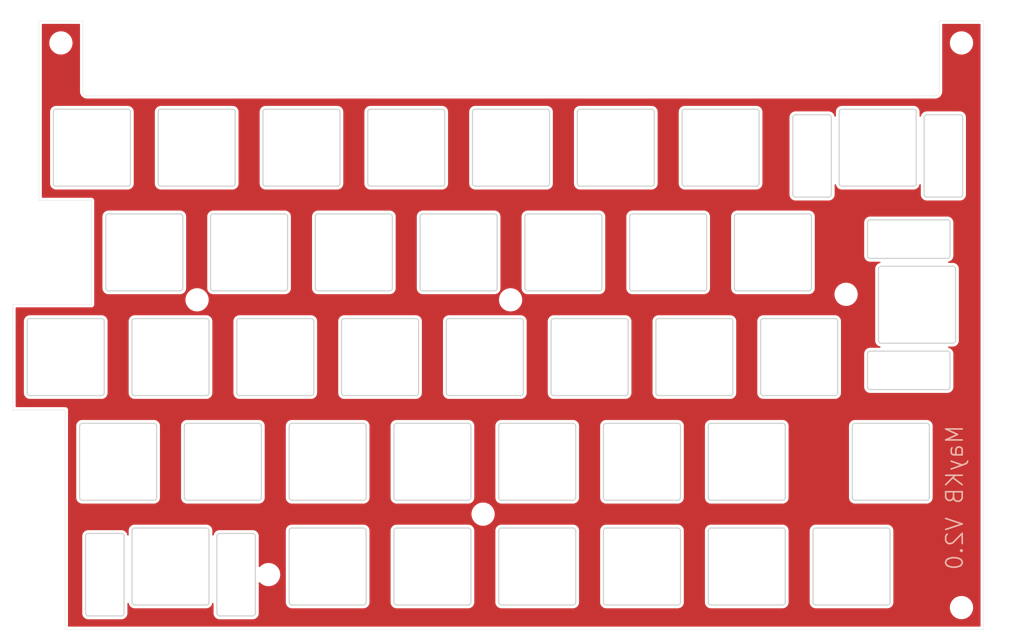
<source format=kicad_pcb>
(kicad_pcb (version 20171130) (host pcbnew 5.1.10)
  (layers (0 F.Cu signal) (31 B.Cu signal) (34 B.Paste user hide) (35 F.Paste user hide) (36 B.SilkS user) (37 F.SilkS user) (38 B.Mask user hide) (39 F.Mask user hide) (44 Edge.Cuts user))
  (net 0 "")
  (net 1 GND)
  (module MountingHole:MountingHole_3.2mm_M3 (layer F.Cu) (at 62.25 103.068)
    (fp_text reference REF** hide)
    (fp_text value MountingHole_3.2mm_M3)
    (pad 1 np_thru_hole circle (at 0 0) (size 3.2 3.2) (drill 3.2) (layers *.Cu *.Mask))
  )
  (module MountingHole:MountingHole_3.2mm_M3 (layer F.Cu) (at 119.25 103.068)
    (fp_text reference REF** hide)
    (fp_text value MountingHole_3.2mm_M3)
    (pad 1 np_thru_hole circle (at 0 0) (size 3.2 3.2) (drill 3.2) (layers *.Cu *.Mask))
  )
  (module MountingHole:MountingHole_3.2mm_M3 (layer F.Cu) (at 37.49 56.324)
    (fp_text reference REF** hide)
    (fp_text value MountingHole_3.2mm_M3)
    (pad 1 np_thru_hole circle (at 0 0) (size 3.2 3.2) (drill 3.2) (layers *.Cu *.Mask))
  )
  (module MountingHole:MountingHole_3.2mm_M3 (layer F.Cu) (at 75.25 153.068)
    (fp_text reference REF** hide)
    (fp_text value MountingHole_3.2mm_M3)
    (pad 1 np_thru_hole circle (at 0 0) (size 3.2 3.2) (drill 3.2) (layers *.Cu *.Mask))
  )
  (module MountingHole:MountingHole_3.2mm_M3 (layer F.Cu) (at 114.25 142.068)
    (fp_text reference REF** hide)
    (fp_text value MountingHole_3.2mm_M3)
    (pad 1 np_thru_hole circle (at 0 0) (size 3.2 3.2) (drill 3.2) (layers *.Cu *.Mask))
  )
  (module MountingHole:MountingHole_3.2mm_M3 (layer F.Cu) (at 201.232 56.324)
    (fp_text reference REF** hide)
    (fp_text value MountingHole_3.2mm_M3)
    (pad 1 np_thru_hole circle (at 0 0) (size 3.2 3.2) (drill 3.2) (layers *.Cu *.Mask))
  )
  (module MountingHole:MountingHole_3.2mm_M3 (layer F.Cu) (at 180.25 102.068)
    (fp_text reference REF** hide)
    (fp_text value MountingHole_3.2mm_M3)
    (pad 1 np_thru_hole circle (at 0 0) (size 3.2 3.2) (drill 3.2) (layers *.Cu *.Mask))
  )
  (module MountingHole:MountingHole_3.2mm_M3 (layer F.Cu) (at 201.232 159.068)
    (fp_text reference REF** hide)
    (fp_text value MountingHole_3.2mm_M3)
    (pad 1 np_thru_hole circle (at 0 0) (size 3.2 3.2) (drill 3.2) (layers *.Cu *.Mask))
  )
  (gr_line (start 41.491 52.324) (end 33.49 52.324) (layer Edge.Cuts) (width 0.05))
  (gr_line (start 197.193 52.324) (end 205.232 52.324) (layer Edge.Cuts) (width 0.05))
  (gr_line (start 194.399 65.913) (end 196.431 65.913) (layer Edge.Cuts) (width 0.05))
  (gr_line (start 197.193 52.324) (end 197.193 65.151) (layer Edge.Cuts) (width 0.05))
  (gr_arc (start 196.431 65.151) (end 196.431 65.913) (angle -90) (layer Edge.Cuts) (width 0.05))
  (gr_line (start 42.253 65.913) (end 194.399 65.913) (layer Edge.Cuts) (width 0.05))
  (gr_arc (start 42.253 65.151) (end 41.491 65.151) (angle -90) (layer Edge.Cuts) (width 0.05))
  (gr_line (start 41.491 52.324) (end 41.491 65.151) (layer Edge.Cuts) (width 0.05))
  (gr_line (start 66.35325 160.589) (end 72.35325 160.589) (layer Edge.Cuts) (width 0.2))
  (gr_line (start 66.35325 145.589) (end 72.35325 145.589) (layer Edge.Cuts) (width 0.2))
  (gr_arc (start 92.49025 145.089) (end 92.99025 145.089) (angle -90) (layer Edge.Cuts) (width 0.2))
  (gr_arc (start 79.49025 145.089) (end 79.49025 144.589) (angle -90) (layer Edge.Cuts) (width 0.2))
  (gr_arc (start 135.35275 87.939) (end 135.85275 87.939) (angle -90) (layer Edge.Cuts) (width 0.2))
  (gr_line (start 159.95275 87.939) (end 159.95275 100.939) (layer Edge.Cuts) (width 0.2))
  (gr_line (start 184.1465 112.902) (end 184.1465 118.902) (layer Edge.Cuts) (width 0.2))
  (gr_arc (start 122.35275 87.939) (end 122.35275 87.439) (angle -90) (layer Edge.Cuts) (width 0.2))
  (gr_arc (start 68.67775 68.889) (end 69.17775 68.889) (angle -90) (layer Edge.Cuts) (width 0.2))
  (gr_arc (start 93.77775 81.888999) (end 93.27775 81.888999) (angle -90) (layer Edge.Cuts) (width 0.2))
  (gr_arc (start 84.25275 100.939) (end 83.75275 100.939) (angle -90) (layer Edge.Cuts) (width 0.2))
  (gr_line (start 74.72775 82.388999) (end 87.72775 82.388999) (layer Edge.Cuts) (width 0.2))
  (gr_line (start 69.96525 106.489) (end 82.96525 106.489) (layer Edge.Cuts) (width 0.2))
  (gr_arc (start 97.25275 87.939) (end 97.75275 87.939) (angle -90) (layer Edge.Cuts) (width 0.2))
  (gr_line (start 160.45275 101.439) (end 173.45275 101.439) (layer Edge.Cuts) (width 0.2))
  (gr_line (start 50.12775 68.889) (end 50.12775 81.888999) (layer Edge.Cuts) (width 0.2))
  (gr_arc (start 84.25275 87.939) (end 84.25275 87.439) (angle -90) (layer Edge.Cuts) (width 0.2))
  (gr_line (start 93.77775 68.389) (end 106.77775 68.389) (layer Edge.Cuts) (width 0.2))
  (gr_line (start 92.99025 126.039) (end 92.99025 139.039) (layer Edge.Cuts) (width 0.2))
  (gr_line (start 78.99025 126.039) (end 78.99025 139.039) (layer Edge.Cuts) (width 0.2))
  (gr_line (start 31.36525 106.989) (end 31.36525 119.989) (layer Edge.Cuts) (width 0.2))
  (gr_line (start 170.56475 69.889) (end 170.56475 83.889) (layer Edge.Cuts) (width 0.2))
  (gr_line (start 112.32775 68.889) (end 112.32775 81.888999) (layer Edge.Cuts) (width 0.2))
  (gr_arc (start 112.82775 68.889) (end 112.82775 68.389) (angle -90) (layer Edge.Cuts) (width 0.2))
  (gr_arc (start 198.6465 118.902) (end 198.6465 119.402) (angle -90) (layer Edge.Cuts) (width 0.2))
  (gr_line (start 169.19025 126.039) (end 169.19025 139.039) (layer Edge.Cuts) (width 0.2))
  (gr_line (start 155.19025 126.039) (end 155.19025 139.039) (layer Edge.Cuts) (width 0.2))
  (gr_line (start 103.30275 87.439) (end 116.30275 87.439) (layer Edge.Cuts) (width 0.2))
  (gr_arc (start 87.72775 81.888999) (end 87.72775 82.388999) (angle -90) (layer Edge.Cuts) (width 0.2))
  (gr_arc (start 184.6465 95.026) (end 184.1465 95.026) (angle -90) (layer Edge.Cuts) (width 0.2))
  (gr_line (start 46.15275 101.439) (end 59.15275 101.439) (layer Edge.Cuts) (width 0.2))
  (gr_arc (start 199.6465 110.464) (end 199.6465 110.964) (angle -90) (layer Edge.Cuts) (width 0.2))
  (gr_arc (start 194.94075 83.889) (end 194.44075 83.889) (angle -90) (layer Edge.Cuts) (width 0.2))
  (gr_line (start 59.65275 87.939) (end 59.65275 100.939) (layer Edge.Cuts) (width 0.2))
  (gr_arc (start 140.11525 119.989) (end 140.11525 120.489) (angle -90) (layer Edge.Cuts) (width 0.2))
  (gr_arc (start 127.11525 119.989) (end 126.61525 119.989) (angle -90) (layer Edge.Cuts) (width 0.2))
  (gr_line (start 112.82775 68.389) (end 125.82775 68.389) (layer Edge.Cuts) (width 0.2))
  (gr_line (start 54.89025 126.039) (end 54.89025 139.039) (layer Edge.Cuts) (width 0.2))
  (gr_line (start 40.89025 126.039) (end 40.89025 139.039) (layer Edge.Cuts) (width 0.2))
  (gr_line (start 69.17775 68.889) (end 69.17775 81.888999) (layer Edge.Cuts) (width 0.2))
  (gr_line (start 50.91525 106.489) (end 63.91525 106.489) (layer Edge.Cuts) (width 0.2))
  (gr_line (start 89.01525 120.489) (end 102.01525 120.489) (layer Edge.Cuts) (width 0.2))
  (gr_arc (start 44.865249 106.989) (end 45.365249 106.989) (angle -90) (layer Edge.Cuts) (width 0.2))
  (gr_arc (start 69.96525 119.989) (end 69.46525 119.989) (angle -90) (layer Edge.Cuts) (width 0.2))
  (gr_line (start 117.59025 158.589) (end 130.59025 158.589) (layer Edge.Cuts) (width 0.2))
  (gr_line (start 117.59025 144.589) (end 130.59025 144.589) (layer Edge.Cuts) (width 0.2))
  (gr_line (start 179.50275 68.389) (end 192.50275 68.389) (layer Edge.Cuts) (width 0.2))
  (gr_arc (start 63.91525 158.089) (end 63.91525 158.589) (angle -90) (layer Edge.Cuts) (width 0.2))
  (gr_arc (start 50.91525 158.089) (end 50.41525 158.089) (angle -90) (layer Edge.Cuts) (width 0.2))
  (gr_arc (start 111.54025 126.039) (end 112.04025 126.039) (angle -90) (layer Edge.Cuts) (width 0.2))
  (gr_arc (start 98.54025 126.039) (end 98.54025 125.539) (angle -90) (layer Edge.Cuts) (width 0.2))
  (gr_line (start 78.70275 87.939) (end 78.70275 100.939) (layer Edge.Cuts) (width 0.2))
  (gr_line (start 112.04025 145.089) (end 112.04025 158.089) (layer Edge.Cuts) (width 0.2))
  (gr_line (start 98.04025 145.089) (end 98.04025 158.089) (layer Edge.Cuts) (width 0.2))
  (gr_arc (start 82.96525 106.989) (end 83.46525 106.989) (angle -90) (layer Edge.Cuts) (width 0.2))
  (gr_arc (start 111.54025 158.089) (end 111.54025 158.589) (angle -90) (layer Edge.Cuts) (width 0.2))
  (gr_arc (start 98.54025 158.089) (end 98.04025 158.089) (angle -90) (layer Edge.Cuts) (width 0.2))
  (gr_arc (start 168.69025 139.039) (end 168.69025 139.539) (angle -90) (layer Edge.Cuts) (width 0.2))
  (gr_arc (start 155.69025 139.039) (end 155.19025 139.039) (angle -90) (layer Edge.Cuts) (width 0.2))
  (gr_line (start 193.00275 68.889) (end 193.00275 81.888999) (layer Edge.Cuts) (width 0.2))
  (gr_line (start 107.56525 106.989) (end 107.56525 119.989) (layer Edge.Cuts) (width 0.2))
  (gr_arc (start 130.59025 139.039) (end 130.59025 139.539) (angle -90) (layer Edge.Cuts) (width 0.2))
  (gr_arc (start 117.59025 139.039) (end 117.09025 139.039) (angle -90) (layer Edge.Cuts) (width 0.2))
  (gr_line (start 179.50275 82.388999) (end 192.50275 82.388999) (layer Edge.Cuts) (width 0.2))
  (gr_line (start 177.56475 69.889) (end 177.56475 83.889) (layer Edge.Cuts) (width 0.2))
  (gr_arc (start 178.21525 119.989) (end 178.21525 120.489) (angle -90) (layer Edge.Cuts) (width 0.2))
  (gr_arc (start 165.21525 119.989) (end 164.71525 119.989) (angle -90) (layer Edge.Cuts) (width 0.2))
  (gr_arc (start 140.11525 106.989) (end 140.61525 106.989) (angle -90) (layer Edge.Cuts) (width 0.2))
  (gr_arc (start 127.11525 106.989) (end 127.11525 106.489) (angle -90) (layer Edge.Cuts) (width 0.2))
  (gr_line (start 41.39025 139.539) (end 54.39025 139.539) (layer Edge.Cuts) (width 0.2))
  (gr_line (start 41.39025 125.539) (end 54.39025 125.539) (layer Edge.Cuts) (width 0.2))
  (gr_arc (start 31.86525 106.989) (end 31.86525 106.489) (angle -90) (layer Edge.Cuts) (width 0.2))
  (gr_arc (start 149.64025 158.089) (end 149.64025 158.589) (angle -90) (layer Edge.Cuts) (width 0.2))
  (gr_arc (start 136.64025 158.089) (end 136.14025 158.089) (angle -90) (layer Edge.Cuts) (width 0.2))
  (gr_line (start 136.64025 139.539) (end 149.64025 139.539) (layer Edge.Cuts) (width 0.2))
  (gr_line (start 136.64025 125.539) (end 149.64025 125.539) (layer Edge.Cuts) (width 0.2))
  (gr_line (start 97.75275 87.939) (end 97.75275 100.939) (layer Edge.Cuts) (width 0.2))
  (gr_line (start 108.06525 106.489) (end 121.06525 106.489) (layer Edge.Cuts) (width 0.2))
  (gr_line (start 64.41525 106.989) (end 64.41525 119.989) (layer Edge.Cuts) (width 0.2))
  (gr_line (start 103.30275 101.439) (end 116.30275 101.439) (layer Edge.Cuts) (width 0.2))
  (gr_line (start 64.70275 87.939) (end 64.70275 100.939) (layer Edge.Cuts) (width 0.2))
  (gr_line (start 199.6465 110.964) (end 186.6465 110.964) (layer Edge.Cuts) (width 0.2))
  (gr_line (start 131.87775 68.389) (end 144.87775 68.389) (layer Edge.Cuts) (width 0.2))
  (gr_arc (start 46.15275 87.939) (end 46.15275 87.439) (angle -90) (layer Edge.Cuts) (width 0.2))
  (gr_arc (start 122.35275 100.939) (end 121.85275 100.939) (angle -90) (layer Edge.Cuts) (width 0.2))
  (gr_arc (start 144.87775 81.888999) (end 144.87775 82.388999) (angle -90) (layer Edge.Cuts) (width 0.2))
  (gr_line (start 173.95275 87.939) (end 173.95275 100.939) (layer Edge.Cuts) (width 0.2))
  (gr_line (start 150.42775 68.889) (end 150.42775 81.888999) (layer Edge.Cuts) (width 0.2))
  (gr_line (start 112.82775 82.388999) (end 125.82775 82.388999) (layer Edge.Cuts) (width 0.2))
  (gr_arc (start 168.69025 126.039) (end 169.19025 126.039) (angle -90) (layer Edge.Cuts) (width 0.2))
  (gr_arc (start 155.69025 126.039) (end 155.69025 125.539) (angle -90) (layer Edge.Cuts) (width 0.2))
  (gr_line (start 126.32775 68.889) (end 126.32775 81.888999) (layer Edge.Cuts) (width 0.2))
  (gr_arc (start 92.49025 126.039) (end 92.99025 126.039) (angle -90) (layer Edge.Cuts) (width 0.2))
  (gr_arc (start 79.49025 126.039) (end 79.49025 125.539) (angle -90) (layer Edge.Cuts) (width 0.2))
  (gr_arc (start 73.44025 139.039) (end 73.44025 139.539) (angle -90) (layer Edge.Cuts) (width 0.2))
  (gr_arc (start 60.44025 139.039) (end 59.94025 139.039) (angle -90) (layer Edge.Cuts) (width 0.2))
  (gr_line (start 55.17775 68.889) (end 55.17775 81.888999) (layer Edge.Cuts) (width 0.2))
  (gr_arc (start 46.15275 100.939) (end 45.65275 100.939) (angle -90) (layer Edge.Cuts) (width 0.2))
  (gr_arc (start 54.39025 126.039) (end 54.89025 126.039) (angle -90) (layer Edge.Cuts) (width 0.2))
  (gr_arc (start 41.39025 126.039) (end 41.39025 125.539) (angle -90) (layer Edge.Cuts) (width 0.2))
  (gr_arc (start 194.884 139.039) (end 194.884 139.539) (angle -90) (layer Edge.Cuts) (width 0.2))
  (gr_arc (start 181.884 139.039) (end 181.384 139.039) (angle -90) (layer Edge.Cuts) (width 0.2))
  (gr_line (start 31.86525 120.489) (end 44.865249 120.489) (layer Edge.Cuts) (width 0.2))
  (gr_arc (start 125.82775 81.888999) (end 125.82775 82.388999) (angle -90) (layer Edge.Cuts) (width 0.2))
  (gr_arc (start 59.15275 87.939) (end 59.65275 87.939) (angle -90) (layer Edge.Cuts) (width 0.2))
  (gr_line (start 83.75275 87.939) (end 83.75275 100.939) (layer Edge.Cuts) (width 0.2))
  (gr_arc (start 55.67775 81.888999) (end 55.17775 81.888999) (angle -90) (layer Edge.Cuts) (width 0.2))
  (gr_arc (start 184.6465 112.902) (end 184.6465 112.402) (angle -90) (layer Edge.Cuts) (width 0.2))
  (gr_line (start 199.1465 112.902) (end 199.1465 118.902) (layer Edge.Cuts) (width 0.2))
  (gr_line (start 116.80275 87.939) (end 116.80275 100.939) (layer Edge.Cuts) (width 0.2))
  (gr_arc (start 177.06475 69.889) (end 177.56475 69.889) (angle -90) (layer Edge.Cuts) (width 0.2))
  (gr_line (start 93.77775 82.388999) (end 106.77775 82.388999) (layer Edge.Cuts) (width 0.2))
  (gr_arc (start 50.91525 106.989) (end 50.91525 106.489) (angle -90) (layer Edge.Cuts) (width 0.2))
  (gr_arc (start 72.35325 146.089) (end 72.85325 146.089) (angle -90) (layer Edge.Cuts) (width 0.2))
  (gr_arc (start 66.35325 146.089) (end 66.35325 145.589) (angle -90) (layer Edge.Cuts) (width 0.2))
  (gr_arc (start 194.94075 69.889) (end 194.94075 69.389) (angle -90) (layer Edge.Cuts) (width 0.2))
  (gr_arc (start 31.86525 119.989) (end 31.36525 119.989) (angle -90) (layer Edge.Cuts) (width 0.2))
  (gr_arc (start 177.06475 83.889) (end 177.06475 84.389) (angle -90) (layer Edge.Cuts) (width 0.2))
  (gr_arc (start 159.165249 106.989) (end 159.665249 106.989) (angle -90) (layer Edge.Cuts) (width 0.2))
  (gr_arc (start 146.16525 106.989) (end 146.16525 106.489) (angle -90) (layer Edge.Cuts) (width 0.2))
  (gr_line (start 199.6465 96.964) (end 186.6465 96.964) (layer Edge.Cuts) (width 0.2))
  (gr_line (start 145.37775 68.889) (end 145.37775 81.888999) (layer Edge.Cuts) (width 0.2))
  (gr_line (start 64.41525 145.089) (end 64.41525 158.089) (layer Edge.Cuts) (width 0.2))
  (gr_line (start 50.41525 145.089) (end 50.41525 158.089) (layer Edge.Cuts) (width 0.2))
  (gr_arc (start 198.6465 95.026) (end 198.6465 95.526) (angle -90) (layer Edge.Cuts) (width 0.2))
  (gr_line (start 65.20275 87.439) (end 78.20275 87.439) (layer Edge.Cuts) (width 0.2))
  (gr_line (start 69.46525 106.989) (end 69.46525 119.989) (layer Edge.Cuts) (width 0.2))
  (gr_line (start 102.80275 87.939) (end 102.80275 100.939) (layer Edge.Cuts) (width 0.2))
  (gr_arc (start 200.94075 69.889) (end 201.44075 69.889) (angle -90) (layer Edge.Cuts) (width 0.2))
  (gr_arc (start 116.30275 87.939) (end 116.80275 87.939) (angle -90) (layer Edge.Cuts) (width 0.2))
  (gr_line (start 140.90275 87.939) (end 140.90275 100.939) (layer Edge.Cuts) (width 0.2))
  (gr_arc (start 89.01525 106.989) (end 89.01525 106.489) (angle -90) (layer Edge.Cuts) (width 0.2))
  (gr_arc (start 69.96525 106.989) (end 69.96525 106.489) (angle -90) (layer Edge.Cuts) (width 0.2))
  (gr_line (start 88.51525 106.989) (end 88.51525 119.989) (layer Edge.Cuts) (width 0.2))
  (gr_line (start 84.25275 101.439) (end 97.25275 101.439) (layer Edge.Cuts) (width 0.2))
  (gr_arc (start 130.59025 158.089) (end 130.59025 158.589) (angle -90) (layer Edge.Cuts) (width 0.2))
  (gr_arc (start 117.59025 158.089) (end 117.09025 158.089) (angle -90) (layer Edge.Cuts) (width 0.2))
  (gr_line (start 198.6465 95.526) (end 184.6465 95.526) (layer Edge.Cuts) (width 0.2))
  (gr_line (start 98.54025 158.589) (end 111.54025 158.589) (layer Edge.Cuts) (width 0.2))
  (gr_line (start 98.54025 144.589) (end 111.54025 144.589) (layer Edge.Cuts) (width 0.2))
  (gr_arc (start 187.74025 158.089) (end 187.74025 158.589) (angle -90) (layer Edge.Cuts) (width 0.2))
  (gr_arc (start 174.74025 158.089) (end 174.24025 158.089) (angle -90) (layer Edge.Cuts) (width 0.2))
  (gr_arc (start 65.20275 87.939) (end 65.20275 87.439) (angle -90) (layer Edge.Cuts) (width 0.2))
  (gr_line (start 45.65275 87.939) (end 45.65275 100.939) (layer Edge.Cuts) (width 0.2))
  (gr_line (start 121.85275 87.939) (end 121.85275 100.939) (layer Edge.Cuts) (width 0.2))
  (gr_line (start 72.85325 146.089) (end 72.85325 160.089) (layer Edge.Cuts) (width 0.2))
  (gr_line (start 65.85325 146.089) (end 65.85325 160.089) (layer Edge.Cuts) (width 0.2))
  (gr_line (start 159.665249 106.989) (end 159.665249 119.989) (layer Edge.Cuts) (width 0.2))
  (gr_line (start 145.66525 106.989) (end 145.66525 119.989) (layer Edge.Cuts) (width 0.2))
  (gr_arc (start 198.6465 112.902) (end 199.1465 112.902) (angle -90) (layer Edge.Cuts) (width 0.2))
  (gr_line (start 150.14025 126.039) (end 150.14025 139.039) (layer Edge.Cuts) (width 0.2))
  (gr_line (start 136.14025 126.039) (end 136.14025 139.039) (layer Edge.Cuts) (width 0.2))
  (gr_arc (start 178.21525 106.989) (end 178.71525 106.989) (angle -90) (layer Edge.Cuts) (width 0.2))
  (gr_arc (start 165.21525 106.989) (end 165.21525 106.489) (angle -90) (layer Edge.Cuts) (width 0.2))
  (gr_arc (start 73.44025 126.039) (end 73.94025 126.039) (angle -90) (layer Edge.Cuts) (width 0.2))
  (gr_arc (start 60.44025 126.039) (end 60.44025 125.539) (angle -90) (layer Edge.Cuts) (width 0.2))
  (gr_arc (start 74.72775 68.889) (end 74.72775 68.389) (angle -90) (layer Edge.Cuts) (width 0.2))
  (gr_arc (start 198.6465 89.026) (end 199.1465 89.026) (angle -90) (layer Edge.Cuts) (width 0.2))
  (gr_line (start 179.00275 68.889) (end 179.00275 81.888999) (layer Edge.Cuts) (width 0.2))
  (gr_arc (start 141.40275 100.939) (end 140.90275 100.939) (angle -90) (layer Edge.Cuts) (width 0.2))
  (gr_arc (start 160.45275 100.939) (end 159.95275 100.939) (angle -90) (layer Edge.Cuts) (width 0.2))
  (gr_arc (start 92.49025 139.039) (end 92.49025 139.539) (angle -90) (layer Edge.Cuts) (width 0.2))
  (gr_arc (start 79.49025 139.039) (end 78.99025 139.039) (angle -90) (layer Edge.Cuts) (width 0.2))
  (gr_line (start 79.49025 158.589) (end 92.49025 158.589) (layer Edge.Cuts) (width 0.2))
  (gr_line (start 79.49025 144.589) (end 92.49025 144.589) (layer Edge.Cuts) (width 0.2))
  (gr_arc (start 102.01525 106.989) (end 102.51525 106.989) (angle -90) (layer Edge.Cuts) (width 0.2))
  (gr_line (start 131.09025 126.039) (end 131.09025 139.039) (layer Edge.Cuts) (width 0.2))
  (gr_line (start 117.09025 126.039) (end 117.09025 139.039) (layer Edge.Cuts) (width 0.2))
  (gr_line (start 188.24025 145.089) (end 188.24025 158.089) (layer Edge.Cuts) (width 0.2))
  (gr_line (start 174.24025 145.089) (end 174.24025 158.089) (layer Edge.Cuts) (width 0.2))
  (gr_arc (start 187.74025 145.089) (end 188.24025 145.089) (angle -90) (layer Edge.Cuts) (width 0.2))
  (gr_arc (start 174.74025 145.089) (end 174.74025 144.589) (angle -90) (layer Edge.Cuts) (width 0.2))
  (gr_line (start 107.27775 68.889) (end 107.27775 81.888999) (layer Edge.Cuts) (width 0.2))
  (gr_arc (start 199.6465 97.464) (end 200.1465 97.464) (angle -90) (layer Edge.Cuts) (width 0.2))
  (gr_arc (start 111.54025 139.039) (end 111.54025 139.539) (angle -90) (layer Edge.Cuts) (width 0.2))
  (gr_arc (start 98.54025 139.039) (end 98.04025 139.039) (angle -90) (layer Edge.Cuts) (width 0.2))
  (gr_line (start 65.20275 101.439) (end 78.20275 101.439) (layer Edge.Cuts) (width 0.2))
  (gr_arc (start 125.82775 68.889) (end 126.32775 68.889) (angle -90) (layer Edge.Cuts) (width 0.2))
  (gr_line (start 122.35275 87.439) (end 135.35275 87.439) (layer Edge.Cuts) (width 0.2))
  (gr_line (start 127.11525 120.489) (end 140.11525 120.489) (layer Edge.Cuts) (width 0.2))
  (gr_line (start 127.11525 106.489) (end 140.11525 106.489) (layer Edge.Cuts) (width 0.2))
  (gr_arc (start 149.64025 126.039) (end 150.14025 126.039) (angle -90) (layer Edge.Cuts) (width 0.2))
  (gr_arc (start 136.64025 126.039) (end 136.64025 125.539) (angle -90) (layer Edge.Cuts) (width 0.2))
  (gr_line (start 50.91525 158.589) (end 63.91525 158.589) (layer Edge.Cuts) (width 0.2))
  (gr_line (start 50.91525 144.589) (end 63.91525 144.589) (layer Edge.Cuts) (width 0.2))
  (gr_arc (start 171.06475 83.889) (end 170.56475 83.889) (angle -90) (layer Edge.Cuts) (width 0.2))
  (gr_arc (start 97.25275 100.939) (end 97.25275 101.439) (angle -90) (layer Edge.Cuts) (width 0.2))
  (gr_line (start 92.99025 145.089) (end 92.99025 158.089) (layer Edge.Cuts) (width 0.2))
  (gr_line (start 78.99025 145.089) (end 78.99025 158.089) (layer Edge.Cuts) (width 0.2))
  (gr_line (start 140.61525 106.989) (end 140.61525 119.989) (layer Edge.Cuts) (width 0.2))
  (gr_line (start 126.61525 106.989) (end 126.61525 119.989) (layer Edge.Cuts) (width 0.2))
  (gr_arc (start 173.45275 100.939) (end 173.45275 101.439) (angle -90) (layer Edge.Cuts) (width 0.2))
  (gr_arc (start 168.69025 145.089) (end 169.19025 145.089) (angle -90) (layer Edge.Cuts) (width 0.2))
  (gr_arc (start 155.69025 145.089) (end 155.69025 144.589) (angle -90) (layer Edge.Cuts) (width 0.2))
  (gr_arc (start 49.62775 68.889) (end 50.12775 68.889) (angle -90) (layer Edge.Cuts) (width 0.2))
  (gr_arc (start 93.77775 68.889) (end 93.77775 68.389) (angle -90) (layer Edge.Cuts) (width 0.2))
  (gr_arc (start 48.47725 160.089) (end 48.47725 160.589) (angle -90) (layer Edge.Cuts) (width 0.2))
  (gr_arc (start 42.477249 160.089) (end 41.977249 160.089) (angle -90) (layer Edge.Cuts) (width 0.2))
  (gr_line (start 74.22775 68.889) (end 74.22775 81.888999) (layer Edge.Cuts) (width 0.2))
  (gr_arc (start 63.91525 145.089) (end 64.41525 145.089) (angle -90) (layer Edge.Cuts) (width 0.2))
  (gr_arc (start 50.91525 145.089) (end 50.91525 144.589) (angle -90) (layer Edge.Cuts) (width 0.2))
  (gr_arc (start 171.06475 69.889) (end 171.06475 69.389) (angle -90) (layer Edge.Cuts) (width 0.2))
  (gr_arc (start 111.54025 145.089) (end 112.04025 145.089) (angle -90) (layer Edge.Cuts) (width 0.2))
  (gr_arc (start 98.54025 145.089) (end 98.54025 144.589) (angle -90) (layer Edge.Cuts) (width 0.2))
  (gr_line (start 117.59025 139.539) (end 130.59025 139.539) (layer Edge.Cuts) (width 0.2))
  (gr_line (start 117.59025 125.539) (end 130.59025 125.539) (layer Edge.Cuts) (width 0.2))
  (gr_arc (start 50.91525 119.989) (end 50.41525 119.989) (angle -90) (layer Edge.Cuts) (width 0.2))
  (gr_arc (start 89.01525 119.989) (end 88.51525 119.989) (angle -90) (layer Edge.Cuts) (width 0.2))
  (gr_arc (start 130.59025 126.039) (end 131.09025 126.039) (angle -90) (layer Edge.Cuts) (width 0.2))
  (gr_arc (start 117.59025 126.039) (end 117.59025 125.539) (angle -90) (layer Edge.Cuts) (width 0.2))
  (gr_arc (start 48.47725 146.089) (end 48.97725 146.089) (angle -90) (layer Edge.Cuts) (width 0.2))
  (gr_arc (start 42.477249 146.089) (end 42.477249 145.589) (angle -90) (layer Edge.Cuts) (width 0.2))
  (gr_arc (start 106.77775 68.889) (end 107.27775 68.889) (angle -90) (layer Edge.Cuts) (width 0.2))
  (gr_arc (start 131.87775 81.888999) (end 131.37775 81.888999) (angle -90) (layer Edge.Cuts) (width 0.2))
  (gr_line (start 112.04025 126.039) (end 112.04025 139.039) (layer Edge.Cuts) (width 0.2))
  (gr_line (start 98.04025 126.039) (end 98.04025 139.039) (layer Edge.Cuts) (width 0.2))
  (gr_arc (start 150.92775 68.889) (end 150.92775 68.389) (angle -90) (layer Edge.Cuts) (width 0.2))
  (gr_arc (start 65.20275 100.939) (end 64.70275 100.939) (angle -90) (layer Edge.Cuts) (width 0.2))
  (gr_line (start 169.19025 145.089) (end 169.19025 158.089) (layer Edge.Cuts) (width 0.2))
  (gr_line (start 155.19025 145.089) (end 155.19025 158.089) (layer Edge.Cuts) (width 0.2))
  (gr_arc (start 102.01525 119.989) (end 102.01525 120.489) (angle -90) (layer Edge.Cuts) (width 0.2))
  (gr_line (start 55.67775 68.389) (end 68.67775 68.389) (layer Edge.Cuts) (width 0.2))
  (gr_line (start 131.37775 68.889) (end 131.37775 81.888999) (layer Edge.Cuts) (width 0.2))
  (gr_line (start 194.94075 69.389) (end 200.94075 69.389) (layer Edge.Cuts) (width 0.2))
  (gr_line (start 84.25275 87.439) (end 97.25275 87.439) (layer Edge.Cuts) (width 0.2))
  (gr_line (start 93.27775 68.889) (end 93.27775 81.888999) (layer Edge.Cuts) (width 0.2))
  (gr_arc (start 116.30275 100.939) (end 116.30275 101.439) (angle -90) (layer Edge.Cuts) (width 0.2))
  (gr_line (start 83.46525 106.989) (end 83.46525 119.989) (layer Edge.Cuts) (width 0.2))
  (gr_line (start 88.22775 68.889) (end 88.22775 81.888999) (layer Edge.Cuts) (width 0.2))
  (gr_line (start 42.477249 160.589) (end 48.47725 160.589) (layer Edge.Cuts) (width 0.2))
  (gr_line (start 42.477249 145.589) (end 48.47725 145.589) (layer Edge.Cuts) (width 0.2))
  (gr_arc (start 186.6465 110.464) (end 186.1465 110.464) (angle -90) (layer Edge.Cuts) (width 0.2))
  (gr_arc (start 59.15275 100.939) (end 59.15275 101.439) (angle -90) (layer Edge.Cuts) (width 0.2))
  (gr_arc (start 72.35325 160.089) (end 72.35325 160.589) (angle -90) (layer Edge.Cuts) (width 0.2))
  (gr_arc (start 66.35325 160.089) (end 65.85325 160.089) (angle -90) (layer Edge.Cuts) (width 0.2))
  (gr_line (start 195.384 126.039) (end 195.384 139.039) (layer Edge.Cuts) (width 0.2))
  (gr_line (start 181.384 126.039) (end 181.384 139.039) (layer Edge.Cuts) (width 0.2))
  (gr_arc (start 179.50275 68.889) (end 179.50275 68.389) (angle -90) (layer Edge.Cuts) (width 0.2))
  (gr_arc (start 103.30275 87.939) (end 103.30275 87.439) (angle -90) (layer Edge.Cuts) (width 0.2))
  (gr_line (start 50.91525 120.489) (end 63.91525 120.489) (layer Edge.Cuts) (width 0.2))
  (gr_line (start 108.06525 120.489) (end 121.06525 120.489) (layer Edge.Cuts) (width 0.2))
  (gr_line (start 186.1465 97.464) (end 186.1465 110.464) (layer Edge.Cuts) (width 0.2))
  (gr_line (start 102.51525 106.989) (end 102.51525 119.989) (layer Edge.Cuts) (width 0.2))
  (gr_arc (start 184.6465 118.902) (end 184.1465 118.902) (angle -90) (layer Edge.Cuts) (width 0.2))
  (gr_line (start 136.64025 158.589) (end 149.64025 158.589) (layer Edge.Cuts) (width 0.2))
  (gr_line (start 136.64025 144.589) (end 149.64025 144.589) (layer Edge.Cuts) (width 0.2))
  (gr_arc (start 149.64025 145.089) (end 150.14025 145.089) (angle -90) (layer Edge.Cuts) (width 0.2))
  (gr_arc (start 136.64025 145.089) (end 136.64025 144.589) (angle -90) (layer Edge.Cuts) (width 0.2))
  (gr_line (start 98.54025 139.539) (end 111.54025 139.539) (layer Edge.Cuts) (width 0.2))
  (gr_line (start 98.54025 125.539) (end 111.54025 125.539) (layer Edge.Cuts) (width 0.2))
  (gr_arc (start 63.91525 106.989) (end 64.41525 106.989) (angle -90) (layer Edge.Cuts) (width 0.2))
  (gr_line (start 150.14025 145.089) (end 150.14025 158.089) (layer Edge.Cuts) (width 0.2))
  (gr_line (start 136.14025 145.089) (end 136.14025 158.089) (layer Edge.Cuts) (width 0.2))
  (gr_line (start 184.1465 89.026) (end 184.1465 95.026) (layer Edge.Cuts) (width 0.2))
  (gr_arc (start 154.40275 87.939) (end 154.90275 87.939) (angle -90) (layer Edge.Cuts) (width 0.2))
  (gr_line (start 165.21525 120.489) (end 178.21525 120.489) (layer Edge.Cuts) (width 0.2))
  (gr_line (start 165.21525 106.489) (end 178.21525 106.489) (layer Edge.Cuts) (width 0.2))
  (gr_line (start 73.94025 126.039) (end 73.94025 139.039) (layer Edge.Cuts) (width 0.2))
  (gr_line (start 59.94025 126.039) (end 59.94025 139.039) (layer Edge.Cuts) (width 0.2))
  (gr_arc (start 130.59025 145.089) (end 131.09025 145.089) (angle -90) (layer Edge.Cuts) (width 0.2))
  (gr_arc (start 117.59025 145.089) (end 117.59025 144.589) (angle -90) (layer Edge.Cuts) (width 0.2))
  (gr_arc (start 63.91525 119.989) (end 63.91525 120.489) (angle -90) (layer Edge.Cuts) (width 0.2))
  (gr_arc (start 160.45275 87.939) (end 160.45275 87.439) (angle -90) (layer Edge.Cuts) (width 0.2))
  (gr_line (start 171.06475 84.389) (end 177.06475 84.389) (layer Edge.Cuts) (width 0.2))
  (gr_line (start 164.42775 68.889) (end 164.42775 81.888999) (layer Edge.Cuts) (width 0.2))
  (gr_arc (start 131.87775 68.889) (end 131.87775 68.389) (angle -90) (layer Edge.Cuts) (width 0.2))
  (gr_line (start 150.92775 68.389) (end 163.92775 68.389) (layer Edge.Cuts) (width 0.2))
  (gr_line (start 155.69025 139.539) (end 168.69025 139.539) (layer Edge.Cuts) (width 0.2))
  (gr_line (start 155.69025 125.539) (end 168.69025 125.539) (layer Edge.Cuts) (width 0.2))
  (gr_arc (start 173.45275 87.939) (end 173.95275 87.939) (angle -90) (layer Edge.Cuts) (width 0.2))
  (gr_line (start 171.06475 69.389) (end 177.06475 69.389) (layer Edge.Cuts) (width 0.2))
  (gr_line (start 31.86525 106.489) (end 44.865249 106.489) (layer Edge.Cuts) (width 0.2))
  (gr_arc (start 168.69025 158.089) (end 168.69025 158.589) (angle -90) (layer Edge.Cuts) (width 0.2))
  (gr_arc (start 155.69025 158.089) (end 155.19025 158.089) (angle -90) (layer Edge.Cuts) (width 0.2))
  (gr_arc (start 106.77775 81.888999) (end 106.77775 82.388999) (angle -90) (layer Edge.Cuts) (width 0.2))
  (gr_line (start 89.01525 106.489) (end 102.01525 106.489) (layer Edge.Cuts) (width 0.2))
  (gr_line (start 146.16525 120.489) (end 159.165249 120.489) (layer Edge.Cuts) (width 0.2))
  (gr_line (start 146.16525 106.489) (end 159.165249 106.489) (layer Edge.Cuts) (width 0.2))
  (gr_line (start 45.365249 106.989) (end 45.365249 119.989) (layer Edge.Cuts) (width 0.2))
  (gr_line (start 131.09025 145.089) (end 131.09025 158.089) (layer Edge.Cuts) (width 0.2))
  (gr_line (start 117.09025 145.089) (end 117.09025 158.089) (layer Edge.Cuts) (width 0.2))
  (gr_line (start 199.1465 89.026) (end 199.1465 95.026) (layer Edge.Cuts) (width 0.2))
  (gr_line (start 135.85275 87.939) (end 135.85275 100.939) (layer Edge.Cuts) (width 0.2))
  (gr_line (start 198.6465 88.526) (end 184.6465 88.526) (layer Edge.Cuts) (width 0.2))
  (gr_line (start 154.90275 87.939) (end 154.90275 100.939) (layer Edge.Cuts) (width 0.2))
  (gr_arc (start 78.20275 87.939) (end 78.70275 87.939) (angle -90) (layer Edge.Cuts) (width 0.2))
  (gr_arc (start 159.165249 119.989) (end 159.165249 120.489) (angle -90) (layer Edge.Cuts) (width 0.2))
  (gr_arc (start 146.16525 119.989) (end 145.66525 119.989) (angle -90) (layer Edge.Cuts) (width 0.2))
  (gr_line (start 174.74025 158.589) (end 187.74025 158.589) (layer Edge.Cuts) (width 0.2))
  (gr_line (start 174.74025 144.589) (end 187.74025 144.589) (layer Edge.Cuts) (width 0.2))
  (gr_arc (start 121.06525 106.989) (end 121.56525 106.989) (angle -90) (layer Edge.Cuts) (width 0.2))
  (gr_arc (start 103.30275 100.939) (end 102.80275 100.939) (angle -90) (layer Edge.Cuts) (width 0.2))
  (gr_arc (start 36.62775 81.888999) (end 36.12775 81.888999) (angle -90) (layer Edge.Cuts) (width 0.2))
  (gr_line (start 198.6465 119.402) (end 184.6465 119.402) (layer Edge.Cuts) (width 0.2))
  (gr_arc (start 49.62775 81.888999) (end 49.62775 82.388999) (angle -90) (layer Edge.Cuts) (width 0.2))
  (gr_line (start 141.40275 101.439) (end 154.40275 101.439) (layer Edge.Cuts) (width 0.2))
  (gr_arc (start 150.92775 81.888999) (end 150.42775 81.888999) (angle -90) (layer Edge.Cuts) (width 0.2))
  (gr_line (start 36.62775 82.388999) (end 49.62775 82.388999) (layer Edge.Cuts) (width 0.2))
  (gr_arc (start 141.40275 87.939) (end 141.40275 87.439) (angle -90) (layer Edge.Cuts) (width 0.2))
  (gr_line (start 36.62775 68.389) (end 49.62775 68.389) (layer Edge.Cuts) (width 0.2))
  (gr_line (start 200.1465 97.464) (end 200.1465 110.464) (layer Edge.Cuts) (width 0.2))
  (gr_arc (start 135.35275 100.939) (end 135.35275 101.439) (angle -90) (layer Edge.Cuts) (width 0.2))
  (gr_arc (start 194.884 126.039) (end 195.384 126.039) (angle -90) (layer Edge.Cuts) (width 0.2))
  (gr_arc (start 181.884 126.039) (end 181.884 125.539) (angle -90) (layer Edge.Cuts) (width 0.2))
  (gr_line (start 74.72775 68.389) (end 87.72775 68.389) (layer Edge.Cuts) (width 0.2))
  (gr_arc (start 112.82775 81.888999) (end 112.32775 81.888999) (angle -90) (layer Edge.Cuts) (width 0.2))
  (gr_line (start 160.45275 87.439) (end 173.45275 87.439) (layer Edge.Cuts) (width 0.2))
  (gr_arc (start 82.96525 119.989) (end 82.96525 120.489) (angle -90) (layer Edge.Cuts) (width 0.2))
  (gr_arc (start 121.06525 119.989) (end 121.06525 120.489) (angle -90) (layer Edge.Cuts) (width 0.2))
  (gr_arc (start 108.06525 119.989) (end 107.56525 119.989) (angle -90) (layer Edge.Cuts) (width 0.2))
  (gr_line (start 69.96525 120.489) (end 82.96525 120.489) (layer Edge.Cuts) (width 0.2))
  (gr_line (start 131.87775 82.388999) (end 144.87775 82.388999) (layer Edge.Cuts) (width 0.2))
  (gr_arc (start 163.92775 81.888999) (end 163.92775 82.388999) (angle -90) (layer Edge.Cuts) (width 0.2))
  (gr_line (start 201.44075 69.889) (end 201.44075 83.889) (layer Edge.Cuts) (width 0.2))
  (gr_line (start 50.41525 106.989) (end 50.41525 119.989) (layer Edge.Cuts) (width 0.2))
  (gr_arc (start 154.40275 100.939) (end 154.40275 101.439) (angle -90) (layer Edge.Cuts) (width 0.2))
  (gr_line (start 194.44075 69.889) (end 194.44075 83.889) (layer Edge.Cuts) (width 0.2))
  (gr_line (start 122.35275 101.439) (end 135.35275 101.439) (layer Edge.Cuts) (width 0.2))
  (gr_arc (start 163.92775 68.889) (end 164.42775 68.889) (angle -90) (layer Edge.Cuts) (width 0.2))
  (gr_line (start 36.12775 68.889) (end 36.12775 81.888999) (layer Edge.Cuts) (width 0.2))
  (gr_arc (start 149.64025 139.039) (end 149.64025 139.539) (angle -90) (layer Edge.Cuts) (width 0.2))
  (gr_arc (start 136.64025 139.039) (end 136.14025 139.039) (angle -90) (layer Edge.Cuts) (width 0.2))
  (gr_arc (start 192.50275 81.888999) (end 192.50275 82.388999) (angle -90) (layer Edge.Cuts) (width 0.2))
  (gr_arc (start 186.6465 97.464) (end 186.6465 96.964) (angle -90) (layer Edge.Cuts) (width 0.2))
  (gr_arc (start 78.20275 100.939) (end 78.20275 101.439) (angle -90) (layer Edge.Cuts) (width 0.2))
  (gr_line (start 198.6465 112.402) (end 184.6465 112.402) (layer Edge.Cuts) (width 0.2))
  (gr_arc (start 179.50275 81.888999) (end 179.00275 81.888999) (angle -90) (layer Edge.Cuts) (width 0.2))
  (gr_arc (start 184.6465 89.026) (end 184.6465 88.526) (angle -90) (layer Edge.Cuts) (width 0.2))
  (gr_line (start 155.69025 158.589) (end 168.69025 158.589) (layer Edge.Cuts) (width 0.2))
  (gr_line (start 155.69025 144.589) (end 168.69025 144.589) (layer Edge.Cuts) (width 0.2))
  (gr_arc (start 192.50275 68.889) (end 193.00275 68.889) (angle -90) (layer Edge.Cuts) (width 0.2))
  (gr_line (start 121.56525 106.989) (end 121.56525 119.989) (layer Edge.Cuts) (width 0.2))
  (gr_arc (start 68.67775 81.888999) (end 68.67775 82.388999) (angle -90) (layer Edge.Cuts) (width 0.2))
  (gr_line (start 194.94075 84.389) (end 200.94075 84.389) (layer Edge.Cuts) (width 0.2))
  (gr_arc (start 55.67775 68.889) (end 55.67775 68.389) (angle -90) (layer Edge.Cuts) (width 0.2))
  (gr_arc (start 74.72775 81.888999) (end 74.22775 81.888999) (angle -90) (layer Edge.Cuts) (width 0.2))
  (gr_arc (start 44.865249 119.989) (end 44.865249 120.489) (angle -90) (layer Edge.Cuts) (width 0.2))
  (gr_line (start 60.44025 139.539) (end 73.44025 139.539) (layer Edge.Cuts) (width 0.2))
  (gr_line (start 60.44025 125.539) (end 73.44025 125.539) (layer Edge.Cuts) (width 0.2))
  (gr_arc (start 36.62775 68.889) (end 36.62775 68.389) (angle -90) (layer Edge.Cuts) (width 0.2))
  (gr_line (start 178.71525 106.989) (end 178.71525 119.989) (layer Edge.Cuts) (width 0.2))
  (gr_line (start 164.71525 106.989) (end 164.71525 119.989) (layer Edge.Cuts) (width 0.2))
  (gr_line (start 141.40275 87.439) (end 154.40275 87.439) (layer Edge.Cuts) (width 0.2))
  (gr_line (start 46.15275 87.439) (end 59.15275 87.439) (layer Edge.Cuts) (width 0.2))
  (gr_arc (start 87.72775 68.889) (end 88.22775 68.889) (angle -90) (layer Edge.Cuts) (width 0.2))
  (gr_arc (start 200.94075 83.889) (end 200.94075 84.389) (angle -90) (layer Edge.Cuts) (width 0.2))
  (gr_line (start 48.97725 146.089) (end 48.97725 160.089) (layer Edge.Cuts) (width 0.2))
  (gr_line (start 41.977249 146.089) (end 41.977249 160.089) (layer Edge.Cuts) (width 0.2))
  (gr_line (start 79.49025 139.539) (end 92.49025 139.539) (layer Edge.Cuts) (width 0.2))
  (gr_line (start 79.49025 125.539) (end 92.49025 125.539) (layer Edge.Cuts) (width 0.2))
  (gr_line (start 150.92775 82.388999) (end 163.92775 82.388999) (layer Edge.Cuts) (width 0.2))
  (gr_arc (start 54.39025 139.039) (end 54.39025 139.539) (angle -90) (layer Edge.Cuts) (width 0.2))
  (gr_arc (start 41.39025 139.039) (end 40.89025 139.039) (angle -90) (layer Edge.Cuts) (width 0.2))
  (gr_line (start 55.67775 82.388999) (end 68.67775 82.388999) (layer Edge.Cuts) (width 0.2))
  (gr_arc (start 108.06525 106.989) (end 108.06525 106.489) (angle -90) (layer Edge.Cuts) (width 0.2))
  (gr_arc (start 144.87775 68.889) (end 145.37775 68.889) (angle -90) (layer Edge.Cuts) (width 0.2))
  (gr_arc (start 92.49025 158.089) (end 92.49025 158.589) (angle -90) (layer Edge.Cuts) (width 0.2))
  (gr_arc (start 79.49025 158.089) (end 78.99025 158.089) (angle -90) (layer Edge.Cuts) (width 0.2))
  (gr_line (start 181.884 139.539) (end 194.884 139.539) (layer Edge.Cuts) (width 0.2))
  (gr_line (start 181.884 125.539) (end 194.884 125.539) (layer Edge.Cuts) (width 0.2))
  (gr_text "MayKB V2.0" (at 199.987 139.065 90) (layer B.SilkS) (effects (font (size 3 3) (thickness 0.3)) (justify mirror)))
  (gr_line (start 205.232 163.068) (end 205.232 52.324) (layer Edge.Cuts) (width 0.05))
  (gr_line (start 38.25 163.068) (end 205.232 163.068) (layer Edge.Cuts) (width 0.05))
  (gr_line (start 38.25 123.13) (end 38.25 163.068) (layer Edge.Cuts) (width 0.05))
  (gr_line (start 38.24 123.13) (end 38.25 123.13) (layer Edge.Cuts) (width 0.05))
  (gr_line (start 28.73 123.13) (end 38.24 123.13) (layer Edge.Cuts) (width 0.05))
  (gr_line (start 28.73 103.91) (end 28.73 123.13) (layer Edge.Cuts) (width 0.05))
  (gr_line (start 43.01 103.91) (end 28.73 103.91) (layer Edge.Cuts) (width 0.05))
  (gr_line (start 43.01 85.03) (end 43.01 103.91) (layer Edge.Cuts) (width 0.05))
  (gr_line (start 33.49 85.03) (end 43.01 85.03) (layer Edge.Cuts) (width 0.05))
  (gr_line (start 33.49 52.324) (end 33.49 85.03) (layer Edge.Cuts) (width 0.05))
  (zone (net 0) (net_name "") (layer F.Cu) (connect_pads (clearance 0.508)) (min_thickness 0.254) (fill yes (arc_segments 32) (thermal_gap 0.508) (thermal_bridge_width 0.508))
    (polygon (pts (xy 212.598 165.354) (xy 26.416 165.354) (xy 26.416 48.514) (xy 212.598 48.514)))
  )
)
</source>
